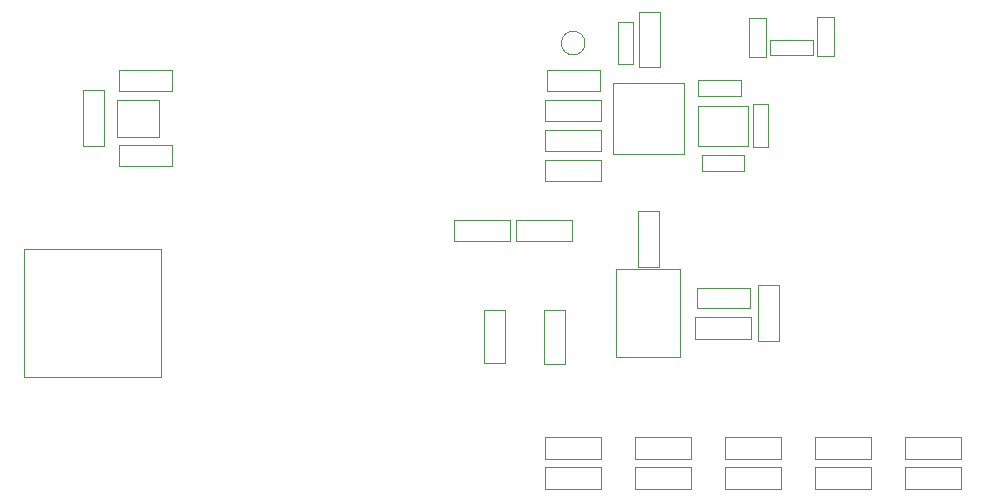
<source format=gbr>
G04 #@! TF.GenerationSoftware,KiCad,Pcbnew,(5.1.2)-1*
G04 #@! TF.CreationDate,2019-05-23T18:27:22+02:00*
G04 #@! TF.ProjectId,2018-03-08 Intercourse 01,32303138-2d30-4332-9d30-3820496e7465,rev?*
G04 #@! TF.SameCoordinates,Original*
G04 #@! TF.FileFunction,Other,User*
%FSLAX46Y46*%
G04 Gerber Fmt 4.6, Leading zero omitted, Abs format (unit mm)*
G04 Created by KiCad (PCBNEW (5.1.2)-1) date 2019-05-23 18:27:22*
%MOMM*%
%LPD*%
G04 APERTURE LIST*
%ADD10C,0.050000*%
G04 APERTURE END LIST*
D10*
X122265000Y-89145000D02*
X117765000Y-89145000D01*
X122265000Y-89145000D02*
X122265000Y-87395000D01*
X117765000Y-87395000D02*
X117765000Y-89145000D01*
X117765000Y-87395000D02*
X122265000Y-87395000D01*
X150403701Y-101353393D02*
X150403701Y-105853393D01*
X150403701Y-101353393D02*
X148653701Y-101353393D01*
X148653701Y-105853393D02*
X150403701Y-105853393D01*
X148653701Y-105853393D02*
X148653701Y-101353393D01*
X122265000Y-82795000D02*
X117765000Y-82795000D01*
X122265000Y-82795000D02*
X122265000Y-81045000D01*
X117765000Y-81045000D02*
X117765000Y-82795000D01*
X117765000Y-81045000D02*
X122265000Y-81045000D01*
X155483701Y-101373393D02*
X155483701Y-105873393D01*
X155483701Y-101373393D02*
X153733701Y-101373393D01*
X153733701Y-105873393D02*
X155483701Y-105873393D01*
X153733701Y-105873393D02*
X153733701Y-101373393D01*
X172735000Y-83925000D02*
X172735000Y-87525000D01*
X172735000Y-83925000D02*
X171435000Y-83925000D01*
X171435000Y-87525000D02*
X172735000Y-87525000D01*
X171435000Y-87525000D02*
X171435000Y-83925000D01*
X167110000Y-88250000D02*
X170710000Y-88250000D01*
X167110000Y-88250000D02*
X167110000Y-89550000D01*
X170710000Y-89550000D02*
X170710000Y-88250000D01*
X170710000Y-89550000D02*
X167110000Y-89550000D01*
X166660000Y-99450000D02*
X171160000Y-99450000D01*
X166660000Y-99450000D02*
X166660000Y-101200000D01*
X171160000Y-101200000D02*
X171160000Y-99450000D01*
X171160000Y-101200000D02*
X166660000Y-101200000D01*
X170390000Y-83200000D02*
X166790000Y-83200000D01*
X170390000Y-83200000D02*
X170390000Y-81900000D01*
X166790000Y-81900000D02*
X166790000Y-83200000D01*
X166790000Y-81900000D02*
X170390000Y-81900000D01*
X172891000Y-78471000D02*
X176491000Y-78471000D01*
X172891000Y-78471000D02*
X172891000Y-79771000D01*
X176491000Y-79771000D02*
X176491000Y-78471000D01*
X176491000Y-79771000D02*
X172891000Y-79771000D01*
X158460000Y-82795000D02*
X153960000Y-82795000D01*
X158460000Y-82795000D02*
X158460000Y-81045000D01*
X153960000Y-81045000D02*
X153960000Y-82795000D01*
X153960000Y-81045000D02*
X158460000Y-81045000D01*
X160005000Y-80540000D02*
X160005000Y-76940000D01*
X160005000Y-80540000D02*
X161305000Y-80540000D01*
X161305000Y-76940000D02*
X160005000Y-76940000D01*
X161305000Y-76940000D02*
X161305000Y-80540000D01*
X153860000Y-114670000D02*
X158560000Y-114670000D01*
X153860000Y-114670000D02*
X153860000Y-116470000D01*
X158560000Y-116470000D02*
X158560000Y-114670000D01*
X158560000Y-116470000D02*
X153860000Y-116470000D01*
X161480000Y-114670000D02*
X166180000Y-114670000D01*
X161480000Y-114670000D02*
X161480000Y-116470000D01*
X166180000Y-116470000D02*
X166180000Y-114670000D01*
X166180000Y-116470000D02*
X161480000Y-116470000D01*
X169100000Y-114670000D02*
X173800000Y-114670000D01*
X169100000Y-114670000D02*
X169100000Y-116470000D01*
X173800000Y-116470000D02*
X173800000Y-114670000D01*
X173800000Y-116470000D02*
X169100000Y-116470000D01*
X176720000Y-114670000D02*
X181420000Y-114670000D01*
X176720000Y-114670000D02*
X176720000Y-116470000D01*
X181420000Y-116470000D02*
X181420000Y-114670000D01*
X181420000Y-116470000D02*
X176720000Y-116470000D01*
X184340000Y-114670000D02*
X189040000Y-114670000D01*
X184340000Y-114670000D02*
X184340000Y-116470000D01*
X189040000Y-116470000D02*
X189040000Y-114670000D01*
X189040000Y-116470000D02*
X184340000Y-116470000D01*
X109695000Y-96210000D02*
X121295000Y-96210000D01*
X109695000Y-106990000D02*
X109695000Y-96210000D01*
X121295000Y-106990000D02*
X109695000Y-106990000D01*
X121295000Y-96210000D02*
X121295000Y-106990000D01*
X114670000Y-87440000D02*
X114670000Y-82740000D01*
X114670000Y-87440000D02*
X116470000Y-87440000D01*
X116470000Y-82740000D02*
X114670000Y-82740000D01*
X116470000Y-82740000D02*
X116470000Y-87440000D01*
X150860000Y-95515000D02*
X146160000Y-95515000D01*
X150860000Y-95515000D02*
X150860000Y-93715000D01*
X146160000Y-93715000D02*
X146160000Y-95515000D01*
X146160000Y-93715000D02*
X150860000Y-93715000D01*
X151400000Y-93715000D02*
X156100000Y-93715000D01*
X151400000Y-93715000D02*
X151400000Y-95515000D01*
X156100000Y-95515000D02*
X156100000Y-93715000D01*
X156100000Y-95515000D02*
X151400000Y-95515000D01*
X171260000Y-103770000D02*
X166560000Y-103770000D01*
X171260000Y-103770000D02*
X171260000Y-101970000D01*
X166560000Y-101970000D02*
X166560000Y-103770000D01*
X166560000Y-101970000D02*
X171260000Y-101970000D01*
X171820000Y-103950000D02*
X171820000Y-99250000D01*
X171820000Y-103950000D02*
X173620000Y-103950000D01*
X173620000Y-99250000D02*
X171820000Y-99250000D01*
X173620000Y-99250000D02*
X173620000Y-103950000D01*
X163587000Y-76089000D02*
X163587000Y-80789000D01*
X163587000Y-76089000D02*
X161787000Y-76089000D01*
X161787000Y-80789000D02*
X163587000Y-80789000D01*
X161787000Y-80789000D02*
X161787000Y-76089000D01*
X161660000Y-97680000D02*
X161660000Y-92980000D01*
X161660000Y-97680000D02*
X163460000Y-97680000D01*
X163460000Y-92980000D02*
X161660000Y-92980000D01*
X163460000Y-92980000D02*
X163460000Y-97680000D01*
X153860000Y-112130000D02*
X158560000Y-112130000D01*
X153860000Y-112130000D02*
X153860000Y-113930000D01*
X158560000Y-113930000D02*
X158560000Y-112130000D01*
X158560000Y-113930000D02*
X153860000Y-113930000D01*
X161480000Y-112130000D02*
X166180000Y-112130000D01*
X161480000Y-112130000D02*
X161480000Y-113930000D01*
X166180000Y-113930000D02*
X166180000Y-112130000D01*
X166180000Y-113930000D02*
X161480000Y-113930000D01*
X169100000Y-112130000D02*
X173800000Y-112130000D01*
X169100000Y-112130000D02*
X169100000Y-113930000D01*
X173800000Y-113930000D02*
X173800000Y-112130000D01*
X173800000Y-113930000D02*
X169100000Y-113930000D01*
X176720000Y-112130000D02*
X181420000Y-112130000D01*
X176720000Y-112130000D02*
X176720000Y-113930000D01*
X181420000Y-113930000D02*
X181420000Y-112130000D01*
X181420000Y-113930000D02*
X176720000Y-113930000D01*
X184340000Y-112130000D02*
X189040000Y-112130000D01*
X184340000Y-112130000D02*
X184340000Y-113930000D01*
X189040000Y-113930000D02*
X189040000Y-112130000D01*
X189040000Y-113930000D02*
X184340000Y-113930000D01*
X158560000Y-87895000D02*
X153860000Y-87895000D01*
X158560000Y-87895000D02*
X158560000Y-86095000D01*
X153860000Y-86095000D02*
X153860000Y-87895000D01*
X153860000Y-86095000D02*
X158560000Y-86095000D01*
X158560000Y-90435000D02*
X153860000Y-90435000D01*
X158560000Y-90435000D02*
X158560000Y-88635000D01*
X153860000Y-88635000D02*
X153860000Y-90435000D01*
X153860000Y-88635000D02*
X158560000Y-88635000D01*
X158560000Y-85355000D02*
X153860000Y-85355000D01*
X158560000Y-85355000D02*
X158560000Y-83555000D01*
X153860000Y-83555000D02*
X153860000Y-85355000D01*
X153860000Y-83555000D02*
X158560000Y-83555000D01*
X121180000Y-83567881D02*
X117580000Y-83567881D01*
X121180000Y-86667881D02*
X117580000Y-86667881D01*
X121180000Y-83567881D02*
X121180000Y-86667881D01*
X117580000Y-83567881D02*
X117580000Y-86667881D01*
X159860000Y-105330000D02*
X165260000Y-105330000D01*
X159860000Y-97870000D02*
X165260000Y-97870000D01*
X159860000Y-105330000D02*
X159860000Y-97870000D01*
X165260000Y-105330000D02*
X165260000Y-97870000D01*
X165560000Y-82090000D02*
X159560000Y-82090000D01*
X165560000Y-88090000D02*
X159560000Y-88090000D01*
X165560000Y-82090000D02*
X165560000Y-88090000D01*
X159560000Y-82090000D02*
X159560000Y-88090000D01*
X171010000Y-87425000D02*
X171010000Y-84025000D01*
X171010000Y-84025000D02*
X166810000Y-84025000D01*
X166810000Y-84025000D02*
X166810000Y-87425000D01*
X166810000Y-87425000D02*
X171010000Y-87425000D01*
X157210000Y-78740000D02*
G75*
G03X157210000Y-78740000I-1000000J0D01*
G01*
X178276000Y-79868000D02*
X176816000Y-79868000D01*
X176816000Y-79868000D02*
X176816000Y-76568000D01*
X176816000Y-76568000D02*
X178276000Y-76568000D01*
X178276000Y-76568000D02*
X178276000Y-79868000D01*
X172561000Y-76596000D02*
X172561000Y-79896000D01*
X171101000Y-76596000D02*
X172561000Y-76596000D01*
X171101000Y-79896000D02*
X171101000Y-76596000D01*
X172561000Y-79896000D02*
X171101000Y-79896000D01*
M02*

</source>
